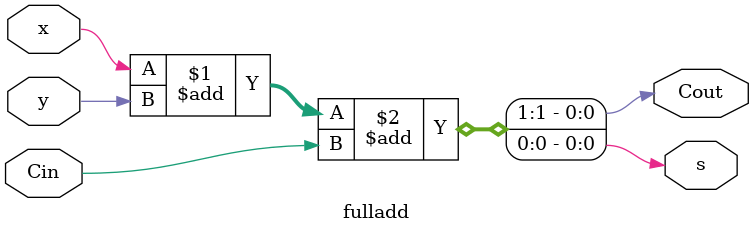
<source format=v>
module top (carryin , X , Y , S , carryout);
  input carryin; 
  input [3:0] X, Y; 
  output [3:0] S; 
  output carryout; 
  wire [3:1] C; 
 
  fulladd stage0(carryin, X[0], Y[0], S[0], C[1]);   
  fulladd stage1(C[1], X[1], Y[1], S[1], C[2]); 
  fulladd stage2(C[2], X[2], Y[2], S[2], C[3]); 
  fulladd stage3(C[3], X[3], Y[3], S[3], carryout); 
 
endmodule 

module fulladd (Cin , x , y , s , Cout); 
  input Cin, x, y; 
  output s, Cout; 
 
  assign {Cout, s} = x + y + Cin; 
 
endmodule 
</source>
